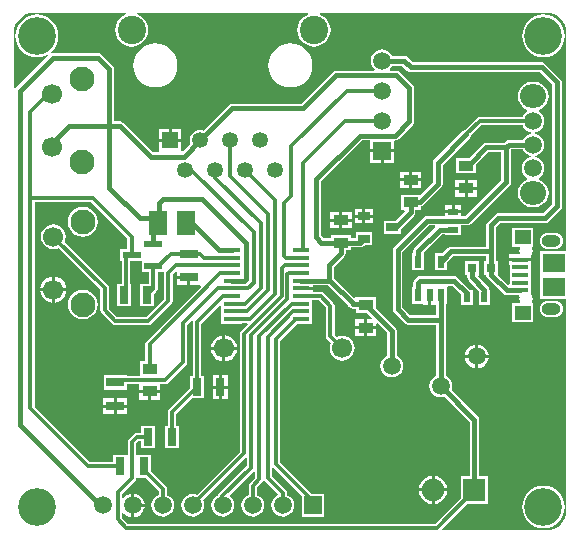
<source format=gtl>
G04 Layer_Physical_Order=1*
G04 Layer_Color=255*
%FSAX25Y25*%
%MOIN*%
G70*
G01*
G75*
%ADD10R,0.03150X0.05905*%
%ADD11R,0.05905X0.03150*%
%ADD12R,0.05512X0.04724*%
%ADD13R,0.07480X0.06102*%
%ADD14R,0.05512X0.01575*%
%ADD15R,0.05905X0.07874*%
%ADD16R,0.05512X0.01772*%
%ADD17R,0.06102X0.02165*%
%ADD18C,0.05905*%
%ADD19R,0.03937X0.02559*%
%ADD20R,0.05118X0.03543*%
%ADD21R,0.03543X0.02362*%
%ADD22R,0.02362X0.03543*%
%ADD23R,0.02362X0.04134*%
%ADD24R,0.03150X0.03150*%
%ADD25C,0.01575*%
%ADD26C,0.01181*%
%ADD27R,0.05905X0.05905*%
%ADD28R,0.05905X0.05905*%
%ADD29C,0.06693*%
%ADD30C,0.08268*%
%ADD31R,0.05315X0.05315*%
%ADD32C,0.05315*%
%ADD33C,0.09449*%
%ADD34C,0.07480*%
%ADD35R,0.07480X0.07480*%
%ADD36O,0.06299X0.03937*%
%ADD37O,0.08661X0.07874*%
%ADD38C,0.12598*%
G36*
X0464173Y0414741D02*
Y0414741D01*
X0464656Y0414698D01*
X0465476Y0414618D01*
X0466728Y0414238D01*
X0467882Y0413621D01*
X0468893Y0412791D01*
X0469723Y0411779D01*
X0470340Y0410625D01*
X0470720Y0409373D01*
X0470847Y0408089D01*
X0470843Y0408071D01*
Y0335236D01*
X0462106D01*
Y0327559D01*
X0462106D01*
Y0327165D01*
X0462106D01*
Y0319488D01*
X0470843D01*
Y0249016D01*
X0470847Y0248998D01*
X0470720Y0247713D01*
X0470340Y0246461D01*
X0469723Y0245307D01*
X0468893Y0244296D01*
X0467882Y0243466D01*
X0466728Y0242849D01*
X0465476Y0242469D01*
X0464191Y0242342D01*
X0464173Y0242346D01*
X0464173Y0242346D01*
X0429435D01*
X0429244Y0242808D01*
X0437617Y0251181D01*
X0444685D01*
Y0260236D01*
X0441763D01*
Y0279134D01*
X0441641Y0279748D01*
X0441293Y0280269D01*
X0441293Y0280269D01*
X0432465Y0289097D01*
X0432581Y0289378D01*
X0432709Y0290354D01*
X0432581Y0291331D01*
X0432204Y0292241D01*
X0431604Y0293022D01*
X0430823Y0293621D01*
X0430543Y0293738D01*
Y0312402D01*
Y0317717D01*
X0430905D01*
Y0323425D01*
X0431237Y0323788D01*
X0432799D01*
X0435630Y0320958D01*
Y0317323D01*
X0439567D01*
Y0322441D01*
X0438688D01*
X0434600Y0326529D01*
X0434079Y0326877D01*
X0433465Y0326999D01*
X0433464Y0326999D01*
X0422047D01*
X0421433Y0326877D01*
X0420912Y0326529D01*
X0420912Y0326529D01*
X0420321Y0325939D01*
X0419973Y0325418D01*
X0419851Y0324803D01*
X0419851Y0324803D01*
Y0323425D01*
X0419488D01*
Y0317717D01*
X0423016D01*
Y0317504D01*
X0424697D01*
Y0320571D01*
X0425697D01*
Y0317504D01*
X0427331D01*
Y0314007D01*
X0418775D01*
X0416173Y0316610D01*
Y0334965D01*
X0425074Y0343867D01*
X0426913D01*
X0427120Y0343367D01*
X0420321Y0336568D01*
X0419973Y0336048D01*
X0419851Y0335433D01*
X0419851Y0335433D01*
Y0334646D01*
X0419488D01*
Y0328937D01*
X0423425D01*
Y0334646D01*
X0423425D01*
X0423436Y0335141D01*
X0429208Y0340914D01*
X0430512D01*
Y0340551D01*
X0435630D01*
Y0343867D01*
X0437795D01*
X0437795Y0343867D01*
X0438410Y0343989D01*
X0438931Y0344337D01*
X0451923Y0357329D01*
X0451923Y0357329D01*
X0452271Y0357850D01*
X0452393Y0358465D01*
X0452393Y0358465D01*
Y0369205D01*
X0456337D01*
X0456453Y0368925D01*
X0457053Y0368143D01*
X0457834Y0367544D01*
X0458744Y0367167D01*
X0459055Y0367126D01*
Y0366622D01*
X0458744Y0366581D01*
X0457834Y0366204D01*
X0457053Y0365604D01*
X0456453Y0364823D01*
X0456076Y0363913D01*
X0455948Y0362937D01*
X0456076Y0361960D01*
X0456453Y0361051D01*
X0457053Y0360269D01*
X0457804Y0359693D01*
X0457824Y0359546D01*
X0457791Y0359147D01*
X0456944Y0358796D01*
X0455957Y0358039D01*
X0455200Y0357052D01*
X0454724Y0355902D01*
X0454561Y0354669D01*
X0454724Y0353436D01*
X0455200Y0352287D01*
X0455957Y0351300D01*
X0456944Y0350542D01*
X0458093Y0350066D01*
X0459327Y0349904D01*
X0460114D01*
X0461347Y0350066D01*
X0462497Y0350542D01*
X0463483Y0351300D01*
X0464241Y0352287D01*
X0464717Y0353436D01*
X0464879Y0354669D01*
X0464717Y0355902D01*
X0464241Y0357052D01*
X0463483Y0358039D01*
X0462497Y0358796D01*
X0461650Y0359147D01*
X0461617Y0359546D01*
X0461637Y0359693D01*
X0462388Y0360269D01*
X0462987Y0361051D01*
X0463364Y0361960D01*
X0463493Y0362937D01*
X0463364Y0363913D01*
X0462987Y0364823D01*
X0462388Y0365604D01*
X0461607Y0366204D01*
X0460697Y0366581D01*
X0460385Y0366622D01*
Y0367126D01*
X0460697Y0367167D01*
X0461607Y0367544D01*
X0462388Y0368143D01*
X0462987Y0368925D01*
X0463364Y0369834D01*
X0463493Y0370811D01*
X0463364Y0371787D01*
X0462987Y0372697D01*
X0462388Y0373478D01*
X0461607Y0374078D01*
X0460697Y0374455D01*
X0460386Y0374496D01*
Y0375000D01*
X0460697Y0375041D01*
X0461607Y0375418D01*
X0462388Y0376017D01*
X0462987Y0376799D01*
X0463364Y0377709D01*
X0463493Y0378685D01*
X0463364Y0379661D01*
X0462987Y0380571D01*
X0462388Y0381352D01*
X0461637Y0381928D01*
X0461617Y0382076D01*
X0461650Y0382475D01*
X0462497Y0382826D01*
X0463483Y0383583D01*
X0464241Y0384570D01*
X0464717Y0385719D01*
X0464879Y0386953D01*
X0464717Y0388186D01*
X0464241Y0389335D01*
X0463483Y0390322D01*
X0462497Y0391079D01*
X0461347Y0391555D01*
X0460114Y0391718D01*
X0459327D01*
X0458093Y0391555D01*
X0456944Y0391079D01*
X0455957Y0390322D01*
X0455200Y0389335D01*
X0454724Y0388186D01*
X0454561Y0386953D01*
X0454724Y0385719D01*
X0455200Y0384570D01*
X0455957Y0383583D01*
X0456944Y0382826D01*
X0457791Y0382475D01*
X0457824Y0382076D01*
X0457804Y0381928D01*
X0457053Y0381352D01*
X0456453Y0380571D01*
X0456254Y0380090D01*
X0441874D01*
X0441336Y0379983D01*
X0440880Y0379678D01*
X0436926Y0375724D01*
X0436787Y0375696D01*
X0436266Y0375348D01*
X0426817Y0365899D01*
X0426469Y0365378D01*
X0426347Y0364764D01*
X0426347Y0364764D01*
Y0358342D01*
X0422139Y0354134D01*
X0415551D01*
Y0349016D01*
X0416707D01*
X0416914Y0348516D01*
X0413674Y0345276D01*
X0410055D01*
Y0341142D01*
X0415567D01*
Y0342627D01*
X0420033Y0347093D01*
X0420033Y0347093D01*
X0420381Y0347614D01*
X0420503Y0348228D01*
Y0349016D01*
X0422244D01*
Y0350205D01*
X0422662Y0350288D01*
X0423183Y0350636D01*
X0429088Y0356542D01*
X0429088Y0356542D01*
X0429436Y0357063D01*
X0429558Y0357677D01*
X0429558Y0357677D01*
Y0364099D01*
X0438537Y0373077D01*
X0438885Y0373598D01*
X0438913Y0373737D01*
X0442456Y0377280D01*
X0456254D01*
X0456453Y0376799D01*
X0457053Y0376017D01*
X0457834Y0375418D01*
X0458744Y0375041D01*
X0459055Y0375000D01*
Y0374496D01*
X0458744Y0374455D01*
X0457834Y0374078D01*
X0457053Y0373478D01*
X0456453Y0372697D01*
X0456337Y0372416D01*
X0451716D01*
X0451716Y0372416D01*
X0451102Y0372294D01*
X0450581Y0371946D01*
X0450122Y0371487D01*
X0444095D01*
X0444095Y0371488D01*
X0443480Y0371365D01*
X0442959Y0371017D01*
X0442959Y0371017D01*
X0438280Y0366339D01*
X0434055D01*
Y0361221D01*
X0440748D01*
Y0364265D01*
X0444760Y0368276D01*
X0449182D01*
Y0359130D01*
X0437130Y0347078D01*
X0435843D01*
Y0347925D01*
X0433071D01*
X0430299D01*
Y0347078D01*
X0424409D01*
X0424409Y0347078D01*
X0423795Y0346956D01*
X0423274Y0346608D01*
X0423274Y0346608D01*
X0413432Y0336765D01*
X0413084Y0336244D01*
X0412961Y0335630D01*
X0412961Y0335630D01*
Y0315945D01*
X0412961Y0315945D01*
X0413084Y0315330D01*
X0413432Y0314809D01*
X0416975Y0311266D01*
X0416975Y0311266D01*
X0417496Y0310918D01*
X0418110Y0310796D01*
X0418110Y0310796D01*
X0427331D01*
Y0293738D01*
X0427051Y0293621D01*
X0426269Y0293022D01*
X0425670Y0292241D01*
X0425293Y0291331D01*
X0425165Y0290354D01*
X0425293Y0289378D01*
X0425670Y0288468D01*
X0426269Y0287687D01*
X0427051Y0287087D01*
X0427961Y0286710D01*
X0428937Y0286582D01*
X0429913Y0286710D01*
X0430194Y0286827D01*
X0438552Y0278469D01*
Y0260236D01*
X0435630D01*
Y0253168D01*
X0426977Y0244515D01*
X0324598D01*
X0322665Y0246448D01*
Y0248013D01*
X0323165Y0248182D01*
X0323480Y0247771D01*
X0324306Y0247138D01*
X0325267Y0246740D01*
X0325799Y0246670D01*
Y0250591D01*
Y0254512D01*
X0325267Y0254442D01*
X0324306Y0254043D01*
X0323480Y0253410D01*
X0323165Y0252999D01*
X0322665Y0253169D01*
Y0254339D01*
X0326978Y0258652D01*
X0327282Y0259108D01*
X0327346Y0259431D01*
X0327478Y0259686D01*
X0327821Y0259842D01*
X0330493D01*
X0334894Y0255442D01*
Y0254057D01*
X0334413Y0253858D01*
X0333632Y0253258D01*
X0333032Y0252477D01*
X0332655Y0251567D01*
X0332527Y0250590D01*
X0332655Y0249614D01*
X0333032Y0248704D01*
X0333632Y0247923D01*
X0334413Y0247323D01*
X0335323Y0246947D01*
X0335912Y0246869D01*
X0336142Y0246823D01*
X0336189Y0246833D01*
X0336299Y0246818D01*
X0337276Y0246947D01*
X0338185Y0247323D01*
X0338967Y0247923D01*
X0339566Y0248704D01*
X0339943Y0249614D01*
X0340072Y0250590D01*
X0339943Y0251567D01*
X0339566Y0252477D01*
X0338967Y0253258D01*
X0338185Y0253858D01*
X0337704Y0254057D01*
Y0256024D01*
X0337597Y0256561D01*
X0337293Y0257017D01*
X0332283Y0262026D01*
Y0267323D01*
X0327559Y0267323D01*
X0327389Y0267753D01*
Y0271268D01*
X0328141Y0272020D01*
X0329134D01*
Y0269685D01*
X0333858D01*
Y0277165D01*
X0329134D01*
Y0274830D01*
X0327559D01*
X0327021Y0274723D01*
X0326566Y0274419D01*
X0324991Y0272844D01*
X0324686Y0272388D01*
X0324579Y0271850D01*
Y0267753D01*
X0324409Y0267323D01*
X0319685D01*
Y0264988D01*
X0311999D01*
X0293531Y0283456D01*
Y0351548D01*
X0312410D01*
X0324481Y0339477D01*
Y0335925D01*
X0322047D01*
Y0332185D01*
X0322611D01*
Y0324409D01*
X0320866D01*
Y0316929D01*
X0325590D01*
Y0324409D01*
X0325421D01*
Y0332185D01*
X0328831D01*
X0329331Y0332185D01*
X0329331Y0331928D01*
Y0328445D01*
X0331764D01*
Y0324409D01*
X0328740D01*
Y0316929D01*
X0333465D01*
Y0321045D01*
X0334163Y0321743D01*
X0334467Y0322199D01*
X0334574Y0322736D01*
Y0328445D01*
X0336542D01*
X0336784Y0328150D01*
Y0319283D01*
X0330914Y0313413D01*
X0321054D01*
X0318334Y0316133D01*
Y0323051D01*
X0318227Y0323589D01*
X0317923Y0324045D01*
X0303569Y0338399D01*
X0303850Y0339078D01*
X0303992Y0340158D01*
X0303850Y0341237D01*
X0303434Y0342242D01*
X0302771Y0343106D01*
X0301908Y0343768D01*
X0300902Y0344185D01*
X0299823Y0344327D01*
X0298744Y0344185D01*
X0297738Y0343768D01*
X0296874Y0343106D01*
X0296212Y0342242D01*
X0295795Y0341237D01*
X0295653Y0340158D01*
X0295795Y0339078D01*
X0296212Y0338073D01*
X0296874Y0337209D01*
X0297738Y0336547D01*
X0298744Y0336130D01*
X0299823Y0335988D01*
X0300902Y0336130D01*
X0301582Y0336412D01*
X0315524Y0322469D01*
Y0315551D01*
X0315631Y0315014D01*
X0315936Y0314558D01*
X0319479Y0311014D01*
X0319935Y0310710D01*
X0320472Y0310603D01*
X0331496D01*
X0332034Y0310710D01*
X0332489Y0311014D01*
X0339182Y0317707D01*
X0339487Y0318163D01*
X0339594Y0318701D01*
Y0327568D01*
X0340467Y0328441D01*
X0340929Y0328250D01*
Y0327075D01*
X0344882D01*
Y0326575D01*
X0345382D01*
Y0324000D01*
X0348668D01*
X0348904Y0323529D01*
X0330896Y0305521D01*
X0330592Y0305065D01*
X0330485Y0304528D01*
Y0298622D01*
X0328543D01*
Y0293728D01*
X0324213D01*
Y0293898D01*
X0316732D01*
Y0289173D01*
X0324213D01*
Y0290918D01*
X0328331D01*
Y0289083D01*
X0331890D01*
X0335449D01*
Y0290918D01*
X0337008D01*
X0337545Y0291025D01*
X0338001Y0291329D01*
X0343907Y0297235D01*
X0344211Y0297691D01*
X0344318Y0298228D01*
Y0310638D01*
X0345830Y0312150D01*
X0346290Y0311904D01*
X0346233Y0311614D01*
Y0293701D01*
X0345276D01*
Y0289585D01*
X0338377Y0282686D01*
X0338072Y0282231D01*
X0337965Y0281693D01*
Y0277165D01*
X0337008D01*
Y0269685D01*
X0341732D01*
Y0277165D01*
X0340775D01*
Y0281111D01*
X0345884Y0286221D01*
X0350000D01*
Y0293701D01*
X0349043D01*
Y0311032D01*
X0355247Y0317236D01*
X0355709Y0317045D01*
Y0313583D01*
Y0311024D01*
X0362795D01*
Y0311292D01*
X0364360D01*
X0364552Y0310830D01*
X0362392Y0308671D01*
X0362088Y0308215D01*
X0361981Y0307677D01*
Y0268495D01*
X0347590Y0254104D01*
X0347276Y0254234D01*
X0346299Y0254363D01*
X0345323Y0254234D01*
X0344413Y0253858D01*
X0343632Y0253258D01*
X0343032Y0252477D01*
X0342655Y0251567D01*
X0342527Y0250590D01*
X0342655Y0249614D01*
X0343032Y0248704D01*
X0343632Y0247923D01*
X0344413Y0247323D01*
X0345323Y0246947D01*
X0345912Y0246869D01*
X0346142Y0246823D01*
X0346188Y0246833D01*
X0346299Y0246818D01*
X0347276Y0246947D01*
X0348185Y0247323D01*
X0348967Y0247923D01*
X0349566Y0248704D01*
X0349943Y0249614D01*
X0350072Y0250590D01*
X0349943Y0251567D01*
X0349675Y0252215D01*
X0363881Y0266422D01*
X0364343Y0266231D01*
Y0263771D01*
X0355148Y0254576D01*
X0354844Y0254120D01*
X0354825Y0254028D01*
X0354413Y0253858D01*
X0353632Y0253258D01*
X0353032Y0252477D01*
X0352655Y0251567D01*
X0352527Y0250590D01*
X0352655Y0249614D01*
X0353032Y0248704D01*
X0353632Y0247923D01*
X0354413Y0247323D01*
X0355323Y0246947D01*
X0355912Y0246869D01*
X0356142Y0246823D01*
X0356189Y0246833D01*
X0356299Y0246818D01*
X0357276Y0246947D01*
X0358185Y0247323D01*
X0358967Y0247923D01*
X0359566Y0248704D01*
X0359943Y0249614D01*
X0360072Y0250590D01*
X0359943Y0251567D01*
X0359566Y0252477D01*
X0358967Y0253258D01*
X0358610Y0253532D01*
X0358577Y0254031D01*
X0366599Y0262053D01*
X0367099Y0261852D01*
Y0259834D01*
X0365306Y0258041D01*
X0365001Y0257585D01*
X0364894Y0257047D01*
Y0254057D01*
X0364413Y0253858D01*
X0363632Y0253258D01*
X0363032Y0252477D01*
X0362655Y0251567D01*
X0362527Y0250590D01*
X0362655Y0249614D01*
X0363032Y0248704D01*
X0363632Y0247923D01*
X0364413Y0247323D01*
X0365323Y0246947D01*
X0365912Y0246869D01*
X0366142Y0246823D01*
X0366189Y0246833D01*
X0366299Y0246818D01*
X0367276Y0246947D01*
X0368185Y0247323D01*
X0368967Y0247923D01*
X0369566Y0248704D01*
X0369943Y0249614D01*
X0370072Y0250590D01*
X0369943Y0251567D01*
X0369566Y0252477D01*
X0368967Y0253258D01*
X0368185Y0253858D01*
X0367704Y0254057D01*
Y0256465D01*
X0369497Y0258259D01*
X0369713Y0258581D01*
X0370174Y0258646D01*
X0370294Y0258625D01*
X0374553Y0254366D01*
X0374471Y0253953D01*
X0374380Y0253832D01*
X0373632Y0253258D01*
X0373032Y0252477D01*
X0372655Y0251567D01*
X0372527Y0250590D01*
X0372655Y0249614D01*
X0373032Y0248704D01*
X0373632Y0247923D01*
X0374413Y0247323D01*
X0375323Y0246947D01*
X0375912Y0246869D01*
X0376142Y0246823D01*
X0376188Y0246833D01*
X0376299Y0246818D01*
X0377276Y0246947D01*
X0378185Y0247323D01*
X0378967Y0247923D01*
X0379566Y0248704D01*
X0379943Y0249614D01*
X0380072Y0250590D01*
X0379943Y0251567D01*
X0379566Y0252477D01*
X0378967Y0253258D01*
X0378185Y0253858D01*
X0377704Y0254057D01*
Y0254606D01*
X0377597Y0255144D01*
X0377293Y0255600D01*
X0372665Y0260228D01*
Y0263033D01*
X0373165Y0263234D01*
X0382559Y0253840D01*
Y0246850D01*
X0386006D01*
X0386142Y0246823D01*
X0386278Y0246850D01*
X0390039D01*
Y0254331D01*
X0386042D01*
X0375421Y0264952D01*
Y0305520D01*
X0380924Y0311024D01*
X0386024D01*
Y0313583D01*
Y0316142D01*
Y0318969D01*
X0388296D01*
X0390721Y0316544D01*
Y0306890D01*
X0390828Y0306352D01*
X0391132Y0305896D01*
X0392317Y0304712D01*
X0392036Y0304032D01*
X0391894Y0302953D01*
X0392036Y0301874D01*
X0392452Y0300868D01*
X0393115Y0300004D01*
X0393978Y0299342D01*
X0394984Y0298925D01*
X0396063Y0298783D01*
X0397142Y0298925D01*
X0398148Y0299342D01*
X0399011Y0300004D01*
X0399674Y0300868D01*
X0400090Y0301874D01*
X0400233Y0302953D01*
X0400090Y0304032D01*
X0399674Y0305037D01*
X0399011Y0305901D01*
X0398148Y0306564D01*
X0397142Y0306980D01*
X0396063Y0307122D01*
X0394984Y0306980D01*
X0394304Y0306699D01*
X0393531Y0307472D01*
Y0317126D01*
X0393424Y0317664D01*
X0393119Y0318119D01*
X0389871Y0321368D01*
X0389416Y0321672D01*
X0388878Y0321779D01*
X0386236D01*
Y0322433D01*
X0382480D01*
Y0323433D01*
X0386236D01*
Y0323886D01*
X0391363D01*
X0398117Y0317132D01*
X0398123Y0317102D01*
X0398471Y0316581D01*
X0398992Y0316233D01*
X0399606Y0316111D01*
X0400591D01*
Y0314764D01*
X0404422D01*
X0406110Y0313076D01*
X0405919Y0312614D01*
X0404437D01*
Y0310343D01*
X0407496D01*
Y0311037D01*
X0407958Y0311228D01*
X0410993Y0308193D01*
Y0300430D01*
X0410712Y0300314D01*
X0409931Y0299715D01*
X0409331Y0298933D01*
X0408954Y0298024D01*
X0408826Y0297047D01*
X0408954Y0296071D01*
X0409331Y0295161D01*
X0409931Y0294380D01*
X0410712Y0293780D01*
X0411622Y0293403D01*
X0412598Y0293275D01*
X0413575Y0293403D01*
X0414485Y0293780D01*
X0415266Y0294380D01*
X0415865Y0295161D01*
X0416242Y0296071D01*
X0416371Y0297047D01*
X0416242Y0298024D01*
X0415865Y0298933D01*
X0415266Y0299715D01*
X0414485Y0300314D01*
X0414204Y0300430D01*
Y0308858D01*
X0414204Y0308858D01*
X0414082Y0309473D01*
X0413734Y0309994D01*
X0413734Y0309994D01*
X0407283Y0316444D01*
Y0319882D01*
X0400591D01*
Y0319882D01*
X0400091Y0319700D01*
X0393338Y0326452D01*
Y0329938D01*
X0396805Y0333405D01*
X0396805Y0333405D01*
X0397153Y0333926D01*
X0397275Y0334540D01*
Y0335630D01*
X0399016D01*
Y0336583D01*
X0402083D01*
X0402083Y0336583D01*
X0402697Y0336705D01*
X0403218Y0337054D01*
X0403566Y0337402D01*
X0406118D01*
Y0341535D01*
X0400606D01*
Y0339795D01*
X0399016D01*
Y0340748D01*
X0392323D01*
Y0339795D01*
X0389838D01*
X0389007Y0340626D01*
Y0358587D01*
X0402634Y0372213D01*
X0405496D01*
Y0369280D01*
X0409449D01*
X0413402D01*
Y0371910D01*
X0413779Y0372213D01*
X0414394Y0372336D01*
X0414915Y0372684D01*
X0419639Y0377408D01*
X0419639Y0377408D01*
X0419987Y0377929D01*
X0420110Y0378543D01*
Y0389567D01*
X0419987Y0390181D01*
X0419639Y0390702D01*
X0419639Y0390702D01*
X0415309Y0395033D01*
X0414788Y0395381D01*
X0414173Y0395503D01*
X0414173Y0395503D01*
X0412144D01*
X0411975Y0396003D01*
X0412116Y0396112D01*
X0412716Y0396893D01*
X0412832Y0397174D01*
X0416107D01*
X0417762Y0395518D01*
X0417762Y0395518D01*
X0418283Y0395170D01*
X0418898Y0395048D01*
X0461933D01*
X0466111Y0390870D01*
Y0350862D01*
X0463114Y0347866D01*
X0448032D01*
X0448032Y0347866D01*
X0447417Y0347743D01*
X0446896Y0347395D01*
X0444534Y0345033D01*
X0444186Y0344512D01*
X0444064Y0343898D01*
X0444064Y0343898D01*
Y0336842D01*
X0432382D01*
X0432382Y0336842D01*
X0431767Y0336720D01*
X0431247Y0336372D01*
X0429521Y0334646D01*
X0426968D01*
Y0328937D01*
X0430905D01*
Y0331489D01*
X0433047Y0333631D01*
X0444064D01*
Y0332087D01*
X0443307D01*
Y0327362D01*
X0444082D01*
X0444186Y0326839D01*
X0444534Y0326318D01*
X0449744Y0321109D01*
X0450264Y0320761D01*
X0450879Y0320638D01*
X0450879Y0320638D01*
X0455017D01*
X0455156Y0320460D01*
X0455323Y0320138D01*
X0455172Y0319378D01*
X0455340Y0318533D01*
X0455460Y0318354D01*
X0455224Y0317913D01*
X0452756D01*
Y0311614D01*
X0459842D01*
Y0317913D01*
X0459536D01*
X0459300Y0318354D01*
X0459420Y0318533D01*
X0459588Y0319378D01*
X0459420Y0320223D01*
X0458957Y0320916D01*
Y0325787D01*
Y0330693D01*
X0459169D01*
Y0331980D01*
X0455413D01*
X0451657D01*
Y0330693D01*
X0451870D01*
Y0328346D01*
Y0324231D01*
X0451370Y0324024D01*
X0448032Y0327362D01*
Y0332087D01*
X0447275D01*
Y0335236D01*
Y0343232D01*
X0448697Y0344654D01*
X0463779D01*
X0463779Y0344654D01*
X0464394Y0344776D01*
X0464915Y0345125D01*
X0468852Y0349061D01*
X0468852Y0349061D01*
X0469200Y0349582D01*
X0469322Y0350197D01*
Y0391535D01*
X0469200Y0392150D01*
X0468852Y0392671D01*
X0468852Y0392671D01*
X0463734Y0397789D01*
X0463213Y0398137D01*
X0462598Y0398259D01*
X0462598Y0398259D01*
X0419563D01*
X0417907Y0399915D01*
X0417386Y0400263D01*
X0416772Y0400385D01*
X0416772Y0400385D01*
X0412832D01*
X0412716Y0400666D01*
X0412116Y0401447D01*
X0411335Y0402046D01*
X0410425Y0402423D01*
X0409449Y0402552D01*
X0408472Y0402423D01*
X0407563Y0402046D01*
X0406781Y0401447D01*
X0406182Y0400666D01*
X0405805Y0399756D01*
X0405676Y0398780D01*
X0405805Y0397803D01*
X0406182Y0396893D01*
X0406781Y0396112D01*
X0406923Y0396003D01*
X0406753Y0395503D01*
X0394094D01*
X0394094Y0395503D01*
X0393480Y0395381D01*
X0392959Y0395033D01*
X0392959Y0395033D01*
X0382406Y0384480D01*
X0359449D01*
X0359449Y0384480D01*
X0358834Y0384357D01*
X0358313Y0384009D01*
X0349830Y0375526D01*
X0349698Y0375581D01*
X0348799Y0375699D01*
X0347900Y0375581D01*
X0347062Y0375234D01*
X0346342Y0374681D01*
X0345790Y0373962D01*
X0345443Y0373124D01*
X0345325Y0372224D01*
X0345443Y0371325D01*
X0345497Y0371194D01*
X0342957Y0368653D01*
X0342457Y0368860D01*
Y0371724D01*
X0338799D01*
X0335142D01*
Y0368838D01*
X0335142Y0368567D01*
X0334737Y0368338D01*
X0332949D01*
X0323183Y0378104D01*
X0322662Y0378452D01*
X0322047Y0378574D01*
X0322047Y0378574D01*
X0320110D01*
Y0395866D01*
X0320110Y0395866D01*
X0319987Y0396481D01*
X0319639Y0397002D01*
X0319639Y0397002D01*
X0315702Y0400939D01*
X0315181Y0401287D01*
X0314567Y0401409D01*
X0314567Y0401409D01*
X0299606D01*
X0299244Y0401337D01*
X0299024Y0401803D01*
X0299327Y0402051D01*
X0300212Y0403130D01*
X0300870Y0404362D01*
X0301275Y0405697D01*
X0301412Y0407087D01*
X0301275Y0408476D01*
X0300870Y0409812D01*
X0300212Y0411043D01*
X0299327Y0412122D01*
X0298248Y0413007D01*
X0297016Y0413665D01*
X0295681Y0414071D01*
X0294291Y0414208D01*
X0292902Y0414071D01*
X0291566Y0413665D01*
X0290335Y0413007D01*
X0289256Y0412122D01*
X0288370Y0411043D01*
X0287713Y0409812D01*
X0287307Y0408476D01*
X0287170Y0407087D01*
X0287307Y0405697D01*
X0287713Y0404362D01*
X0288370Y0403130D01*
X0289256Y0402051D01*
X0290335Y0401166D01*
X0291566Y0400508D01*
X0292902Y0400103D01*
X0294291Y0399966D01*
X0295681Y0400103D01*
X0297016Y0400508D01*
X0297697Y0400871D01*
X0297998Y0400465D01*
X0287447Y0389915D01*
X0287404Y0389850D01*
X0286733Y0389746D01*
X0286637Y0389823D01*
Y0407574D01*
X0286637Y0407578D01*
X0286637Y0408071D01*
X0286680Y0408553D01*
X0286760Y0409373D01*
X0287140Y0410625D01*
X0287757Y0411779D01*
X0288587Y0412791D01*
X0289599Y0413621D01*
X0290753Y0414238D01*
X0292005Y0414618D01*
X0292821Y0414698D01*
X0293307Y0414741D01*
X0293307Y0414741D01*
X0293798Y0414741D01*
X0323989D01*
X0324089Y0414241D01*
X0323146Y0413850D01*
X0321994Y0412966D01*
X0321111Y0411815D01*
X0320555Y0410474D01*
X0320366Y0409035D01*
X0320555Y0407597D01*
X0321111Y0406256D01*
X0321994Y0405104D01*
X0323146Y0404221D01*
X0324486Y0403665D01*
X0325925Y0403476D01*
X0327364Y0403665D01*
X0328705Y0404221D01*
X0329856Y0405104D01*
X0330740Y0406256D01*
X0331295Y0407597D01*
X0331485Y0409035D01*
X0331295Y0410474D01*
X0330740Y0411815D01*
X0329856Y0412966D01*
X0328705Y0413850D01*
X0327762Y0414241D01*
X0327861Y0414741D01*
X0384737D01*
X0384837Y0414241D01*
X0383893Y0413850D01*
X0382742Y0412966D01*
X0381859Y0411815D01*
X0381303Y0410474D01*
X0381114Y0409035D01*
X0381303Y0407597D01*
X0381859Y0406256D01*
X0382742Y0405104D01*
X0383893Y0404221D01*
X0385234Y0403665D01*
X0386673Y0403476D01*
X0388112Y0403665D01*
X0389453Y0404221D01*
X0390604Y0405104D01*
X0391488Y0406256D01*
X0392043Y0407597D01*
X0392233Y0409035D01*
X0392043Y0410474D01*
X0391488Y0411815D01*
X0390604Y0412966D01*
X0389453Y0413850D01*
X0388510Y0414241D01*
X0388609Y0414741D01*
X0463682D01*
X0464173Y0414741D01*
D02*
G37*
%LPC*%
G36*
X0440445Y0304118D02*
X0439913Y0304048D01*
X0438951Y0303650D01*
X0438126Y0303016D01*
X0437492Y0302190D01*
X0437094Y0301229D01*
X0437024Y0300697D01*
X0440445D01*
Y0304118D01*
D02*
G37*
G36*
X0361011Y0302453D02*
X0357193D01*
Y0298635D01*
X0357828Y0298718D01*
X0358885Y0299156D01*
X0359793Y0299853D01*
X0360490Y0300761D01*
X0360928Y0301818D01*
X0361011Y0302453D01*
D02*
G37*
G36*
X0356193Y0307271D02*
X0355558Y0307187D01*
X0354501Y0306749D01*
X0353593Y0306053D01*
X0352896Y0305145D01*
X0352458Y0304087D01*
X0352375Y0303453D01*
X0356193D01*
Y0307271D01*
D02*
G37*
G36*
X0441445Y0304118D02*
Y0300697D01*
X0444866D01*
X0444796Y0301229D01*
X0444398Y0302190D01*
X0443764Y0303016D01*
X0442938Y0303650D01*
X0441977Y0304048D01*
X0441445Y0304118D01*
D02*
G37*
G36*
X0440445Y0299697D02*
X0437024D01*
X0437094Y0299165D01*
X0437492Y0298203D01*
X0438126Y0297378D01*
X0438951Y0296744D01*
X0439913Y0296346D01*
X0440445Y0296276D01*
Y0299697D01*
D02*
G37*
G36*
X0358087Y0293913D02*
X0356012D01*
Y0290461D01*
X0358087D01*
Y0293913D01*
D02*
G37*
G36*
X0356193Y0302453D02*
X0352375D01*
X0352458Y0301818D01*
X0352896Y0300761D01*
X0353593Y0299853D01*
X0354501Y0299156D01*
X0355558Y0298718D01*
X0356193Y0298635D01*
Y0302453D01*
D02*
G37*
G36*
X0444866Y0299697D02*
X0441445D01*
Y0296276D01*
X0441977Y0296346D01*
X0442938Y0296744D01*
X0443764Y0297378D01*
X0444398Y0298203D01*
X0444796Y0299165D01*
X0444866Y0299697D01*
D02*
G37*
G36*
X0467026Y0318823D02*
X0464663D01*
X0463944Y0318728D01*
X0463273Y0318451D01*
X0462698Y0318009D01*
X0462256Y0317433D01*
X0461978Y0316763D01*
X0461884Y0316043D01*
X0461978Y0315324D01*
X0462256Y0314653D01*
X0462698Y0314078D01*
X0463273Y0313636D01*
X0463944Y0313358D01*
X0464663Y0313264D01*
X0467026D01*
X0467745Y0313358D01*
X0468415Y0313636D01*
X0468991Y0314078D01*
X0469433Y0314653D01*
X0469710Y0315324D01*
X0469805Y0316043D01*
X0469710Y0316763D01*
X0469433Y0317433D01*
X0468991Y0318009D01*
X0468415Y0318451D01*
X0467745Y0318728D01*
X0467026Y0318823D01*
D02*
G37*
G36*
X0309626Y0322483D02*
X0308341Y0322314D01*
X0307144Y0321818D01*
X0306116Y0321030D01*
X0305327Y0320002D01*
X0304831Y0318804D01*
X0304662Y0317520D01*
X0304831Y0316235D01*
X0305327Y0315038D01*
X0306116Y0314010D01*
X0307144Y0313221D01*
X0308341Y0312725D01*
X0309626Y0312556D01*
X0310911Y0312725D01*
X0312108Y0313221D01*
X0313136Y0314010D01*
X0313925Y0315038D01*
X0314421Y0316235D01*
X0314590Y0317520D01*
X0314421Y0318804D01*
X0313925Y0320002D01*
X0313136Y0321030D01*
X0312108Y0321818D01*
X0310911Y0322314D01*
X0309626Y0322483D01*
D02*
G37*
G36*
X0299323Y0321941D02*
X0295505D01*
X0295588Y0321306D01*
X0296026Y0320249D01*
X0296723Y0319341D01*
X0297631Y0318644D01*
X0298688Y0318206D01*
X0299323Y0318123D01*
Y0321941D01*
D02*
G37*
G36*
X0441732Y0332087D02*
X0437008D01*
Y0327362D01*
X0437764D01*
Y0326575D01*
X0437764Y0326575D01*
X0437887Y0325960D01*
X0438235Y0325439D01*
X0441535Y0322139D01*
Y0317323D01*
X0445472D01*
Y0322441D01*
X0445110D01*
X0445110Y0322441D01*
X0444987Y0323055D01*
X0444639Y0323576D01*
X0444639Y0323576D01*
X0441353Y0326862D01*
X0441561Y0327362D01*
X0441732D01*
Y0332087D01*
D02*
G37*
G36*
X0403437Y0309343D02*
X0400378D01*
Y0307071D01*
X0403437D01*
Y0309343D01*
D02*
G37*
G36*
X0357193Y0307271D02*
Y0303453D01*
X0361011D01*
X0360928Y0304087D01*
X0360490Y0305145D01*
X0359793Y0306053D01*
X0358885Y0306749D01*
X0357828Y0307187D01*
X0357193Y0307271D01*
D02*
G37*
G36*
X0403437Y0312614D02*
X0400378D01*
Y0310343D01*
X0403437D01*
Y0312614D01*
D02*
G37*
G36*
X0407496Y0309343D02*
X0404437D01*
Y0307071D01*
X0407496D01*
Y0309343D01*
D02*
G37*
G36*
X0425878Y0260424D02*
X0425140Y0260327D01*
X0423987Y0259849D01*
X0422997Y0259089D01*
X0422237Y0258099D01*
X0421760Y0256946D01*
X0421663Y0256209D01*
X0425878D01*
Y0260424D01*
D02*
G37*
G36*
X0326799Y0254512D02*
Y0251091D01*
X0330220D01*
X0330150Y0251622D01*
X0329752Y0252584D01*
X0329118Y0253410D01*
X0328293Y0254043D01*
X0327331Y0254442D01*
X0326799Y0254512D01*
D02*
G37*
G36*
X0319972Y0283161D02*
X0316520D01*
Y0281087D01*
X0319972D01*
Y0283161D01*
D02*
G37*
G36*
X0426878Y0260424D02*
Y0256209D01*
X0431093D01*
X0430996Y0256946D01*
X0430518Y0258099D01*
X0429759Y0259089D01*
X0428768Y0259849D01*
X0427615Y0260327D01*
X0426878Y0260424D01*
D02*
G37*
G36*
X0330220Y0250091D02*
X0326799D01*
Y0246670D01*
X0327331Y0246740D01*
X0328293Y0247138D01*
X0329118Y0247771D01*
X0329752Y0248597D01*
X0330150Y0249559D01*
X0330220Y0250091D01*
D02*
G37*
G36*
X0463189Y0257121D02*
X0461800Y0256984D01*
X0460464Y0256579D01*
X0459233Y0255921D01*
X0458154Y0255035D01*
X0457268Y0253956D01*
X0456610Y0252725D01*
X0456205Y0251389D01*
X0456068Y0250000D01*
X0456205Y0248611D01*
X0456610Y0247275D01*
X0457268Y0246044D01*
X0458154Y0244965D01*
X0459233Y0244079D01*
X0460464Y0243421D01*
X0461800Y0243016D01*
X0463189Y0242879D01*
X0464578Y0243016D01*
X0465914Y0243421D01*
X0467145Y0244079D01*
X0468224Y0244965D01*
X0469110Y0246044D01*
X0469768Y0247275D01*
X0470173Y0248611D01*
X0470310Y0250000D01*
X0470173Y0251389D01*
X0469768Y0252725D01*
X0469110Y0253956D01*
X0468224Y0255035D01*
X0467145Y0255921D01*
X0465914Y0256579D01*
X0464578Y0256984D01*
X0463189Y0257121D01*
D02*
G37*
G36*
X0431093Y0255209D02*
X0426878D01*
Y0250993D01*
X0427615Y0251091D01*
X0428768Y0251568D01*
X0429759Y0252328D01*
X0430518Y0253318D01*
X0430996Y0254471D01*
X0431093Y0255209D01*
D02*
G37*
G36*
X0425878D02*
X0421663D01*
X0421760Y0254471D01*
X0422237Y0253318D01*
X0422997Y0252328D01*
X0423987Y0251568D01*
X0425140Y0251091D01*
X0425878Y0250993D01*
Y0255209D01*
D02*
G37*
G36*
X0355012Y0289461D02*
X0352937D01*
Y0286008D01*
X0355012D01*
Y0289461D01*
D02*
G37*
G36*
X0335449Y0288083D02*
X0332390D01*
Y0285811D01*
X0335449D01*
Y0288083D01*
D02*
G37*
G36*
X0355012Y0293913D02*
X0352937D01*
Y0290461D01*
X0355012D01*
Y0293913D01*
D02*
G37*
G36*
X0358087Y0289461D02*
X0356012D01*
Y0286008D01*
X0358087D01*
Y0289461D01*
D02*
G37*
G36*
X0319972Y0286236D02*
X0316520D01*
Y0284161D01*
X0319972D01*
Y0286236D01*
D02*
G37*
G36*
X0324425Y0283161D02*
X0320972D01*
Y0281087D01*
X0324425D01*
Y0283161D01*
D02*
G37*
G36*
X0331390Y0288083D02*
X0328331D01*
Y0285811D01*
X0331390D01*
Y0288083D01*
D02*
G37*
G36*
X0324425Y0286236D02*
X0320972D01*
Y0284161D01*
X0324425D01*
Y0286236D01*
D02*
G37*
G36*
X0436902Y0359071D02*
X0433843D01*
Y0356799D01*
X0436902D01*
Y0359071D01*
D02*
G37*
G36*
X0422457Y0358555D02*
X0419398D01*
Y0356283D01*
X0422457D01*
Y0358555D01*
D02*
G37*
G36*
X0418398Y0361827D02*
X0415339D01*
Y0359555D01*
X0418398D01*
Y0361827D01*
D02*
G37*
G36*
X0440961Y0359071D02*
X0437901D01*
Y0356799D01*
X0440961D01*
Y0359071D01*
D02*
G37*
G36*
X0436902Y0355799D02*
X0433843D01*
Y0353528D01*
X0436902D01*
Y0355799D01*
D02*
G37*
G36*
X0435843Y0350606D02*
X0433571D01*
Y0348925D01*
X0435843D01*
Y0350606D01*
D02*
G37*
G36*
X0418398Y0358555D02*
X0415339D01*
Y0356283D01*
X0418398D01*
Y0358555D01*
D02*
G37*
G36*
X0440961Y0355799D02*
X0437901D01*
Y0353528D01*
X0440961D01*
Y0355799D01*
D02*
G37*
G36*
X0333799Y0404543D02*
X0332371Y0404402D01*
X0330998Y0403986D01*
X0329733Y0403310D01*
X0328624Y0402399D01*
X0327714Y0401291D01*
X0327038Y0400025D01*
X0326621Y0398652D01*
X0326481Y0397224D01*
X0326621Y0395797D01*
X0327038Y0394424D01*
X0327714Y0393158D01*
X0328624Y0392049D01*
X0329733Y0391139D01*
X0330998Y0390463D01*
X0332371Y0390046D01*
X0333799Y0389906D01*
X0335227Y0390046D01*
X0336600Y0390463D01*
X0337865Y0391139D01*
X0338974Y0392049D01*
X0339884Y0393158D01*
X0340561Y0394424D01*
X0340977Y0395797D01*
X0341118Y0397224D01*
X0340977Y0398652D01*
X0340561Y0400025D01*
X0339884Y0401291D01*
X0338974Y0402399D01*
X0337865Y0403310D01*
X0336600Y0403986D01*
X0335227Y0404402D01*
X0333799Y0404543D01*
D02*
G37*
G36*
X0342457Y0375882D02*
X0339299D01*
Y0372724D01*
X0342457D01*
Y0375882D01*
D02*
G37*
G36*
X0463189Y0414208D02*
X0461800Y0414071D01*
X0460464Y0413665D01*
X0459233Y0413007D01*
X0458154Y0412122D01*
X0457268Y0411043D01*
X0456610Y0409812D01*
X0456205Y0408476D01*
X0456068Y0407087D01*
X0456205Y0405697D01*
X0456610Y0404362D01*
X0457268Y0403130D01*
X0458154Y0402051D01*
X0459233Y0401166D01*
X0460464Y0400508D01*
X0461800Y0400103D01*
X0463189Y0399966D01*
X0464578Y0400103D01*
X0465914Y0400508D01*
X0467145Y0401166D01*
X0468224Y0402051D01*
X0469110Y0403130D01*
X0469768Y0404362D01*
X0470173Y0405697D01*
X0470310Y0407087D01*
X0470173Y0408476D01*
X0469768Y0409812D01*
X0469110Y0411043D01*
X0468224Y0412122D01*
X0467145Y0413007D01*
X0465914Y0413665D01*
X0464578Y0414071D01*
X0463189Y0414208D01*
D02*
G37*
G36*
X0378799Y0404543D02*
X0377371Y0404402D01*
X0375998Y0403986D01*
X0374733Y0403310D01*
X0373624Y0402399D01*
X0372714Y0401291D01*
X0372038Y0400025D01*
X0371621Y0398652D01*
X0371480Y0397224D01*
X0371621Y0395797D01*
X0372038Y0394424D01*
X0372714Y0393158D01*
X0373624Y0392049D01*
X0374733Y0391139D01*
X0375998Y0390463D01*
X0377371Y0390046D01*
X0378799Y0389906D01*
X0380227Y0390046D01*
X0381600Y0390463D01*
X0382865Y0391139D01*
X0383974Y0392049D01*
X0384885Y0393158D01*
X0385561Y0394424D01*
X0385977Y0395797D01*
X0386118Y0397224D01*
X0385977Y0398652D01*
X0385561Y0400025D01*
X0384885Y0401291D01*
X0383974Y0402399D01*
X0382865Y0403310D01*
X0381600Y0403986D01*
X0380227Y0404402D01*
X0378799Y0404543D01*
D02*
G37*
G36*
X0408949Y0368280D02*
X0405496D01*
Y0364827D01*
X0408949D01*
Y0368280D01*
D02*
G37*
G36*
X0422457Y0361827D02*
X0419398D01*
Y0359555D01*
X0422457D01*
Y0361827D01*
D02*
G37*
G36*
X0338299Y0375882D02*
X0335142D01*
Y0372724D01*
X0338299D01*
Y0375882D01*
D02*
G37*
G36*
X0413402Y0368280D02*
X0409949D01*
Y0364827D01*
X0413402D01*
Y0368280D01*
D02*
G37*
G36*
X0467026Y0341461D02*
X0464663D01*
X0463944Y0341366D01*
X0463273Y0341088D01*
X0462698Y0340647D01*
X0462256Y0340071D01*
X0461978Y0339401D01*
X0461884Y0338681D01*
X0461978Y0337962D01*
X0462256Y0337291D01*
X0462698Y0336716D01*
X0463273Y0336274D01*
X0463944Y0335996D01*
X0464663Y0335901D01*
X0467026D01*
X0467745Y0335996D01*
X0468415Y0336274D01*
X0468991Y0336716D01*
X0469433Y0337291D01*
X0469710Y0337962D01*
X0469805Y0338681D01*
X0469710Y0339401D01*
X0469433Y0340071D01*
X0468991Y0340647D01*
X0468415Y0341088D01*
X0467745Y0341366D01*
X0467026Y0341461D01*
D02*
G37*
G36*
X0459842Y0343110D02*
X0452756D01*
Y0336811D01*
X0455240D01*
X0455475Y0336370D01*
X0455340Y0336168D01*
X0455172Y0335323D01*
X0455283Y0334768D01*
X0454925Y0334268D01*
X0451657D01*
Y0332980D01*
X0455413D01*
X0459169D01*
Y0334103D01*
X0459420Y0334478D01*
X0459588Y0335323D01*
X0459420Y0336168D01*
X0459284Y0336370D01*
X0459520Y0336811D01*
X0459842D01*
Y0343110D01*
D02*
G37*
G36*
X0395169Y0345169D02*
X0392110D01*
Y0342898D01*
X0395169D01*
Y0345169D01*
D02*
G37*
G36*
X0309626Y0350043D02*
X0308341Y0349873D01*
X0307144Y0349377D01*
X0306116Y0348589D01*
X0305327Y0347561D01*
X0304831Y0346363D01*
X0304662Y0345079D01*
X0304831Y0343794D01*
X0305327Y0342597D01*
X0306116Y0341569D01*
X0307144Y0340780D01*
X0308341Y0340284D01*
X0309626Y0340115D01*
X0310911Y0340284D01*
X0312108Y0340780D01*
X0313136Y0341569D01*
X0313925Y0342597D01*
X0314421Y0343794D01*
X0314590Y0345079D01*
X0314421Y0346363D01*
X0313925Y0347561D01*
X0313136Y0348589D01*
X0312108Y0349377D01*
X0310911Y0349873D01*
X0309626Y0350043D01*
D02*
G37*
G36*
X0299323Y0326759D02*
X0298688Y0326676D01*
X0297631Y0326238D01*
X0296723Y0325541D01*
X0296026Y0324633D01*
X0295588Y0323576D01*
X0295505Y0322941D01*
X0299323D01*
Y0326759D01*
D02*
G37*
G36*
X0304141Y0321941D02*
X0300323D01*
Y0318123D01*
X0300957Y0318206D01*
X0302015Y0318644D01*
X0302923Y0319341D01*
X0303620Y0320249D01*
X0304057Y0321306D01*
X0304141Y0321941D01*
D02*
G37*
G36*
X0344382Y0326075D02*
X0340929D01*
Y0324000D01*
X0344382D01*
Y0326075D01*
D02*
G37*
G36*
X0300323Y0326759D02*
Y0322941D01*
X0304141D01*
X0304057Y0323576D01*
X0303620Y0324633D01*
X0302923Y0325541D01*
X0302015Y0326238D01*
X0300957Y0326676D01*
X0300323Y0326759D01*
D02*
G37*
G36*
X0402862Y0349228D02*
X0400394D01*
Y0347449D01*
X0402862D01*
Y0349228D01*
D02*
G37*
G36*
X0399228Y0348441D02*
X0396169D01*
Y0346169D01*
X0399228D01*
Y0348441D01*
D02*
G37*
G36*
X0432571Y0350606D02*
X0430299D01*
Y0348925D01*
X0432571D01*
Y0350606D01*
D02*
G37*
G36*
X0406331Y0349228D02*
X0403862D01*
Y0347449D01*
X0406331D01*
Y0349228D01*
D02*
G37*
G36*
X0402862Y0346449D02*
X0400394D01*
Y0344669D01*
X0402862D01*
Y0346449D01*
D02*
G37*
G36*
X0399228Y0345169D02*
X0396169D01*
Y0342898D01*
X0399228D01*
Y0345169D01*
D02*
G37*
G36*
X0395169Y0348441D02*
X0392110D01*
Y0346169D01*
X0395169D01*
Y0348441D01*
D02*
G37*
G36*
X0406331Y0346449D02*
X0403862D01*
Y0344669D01*
X0406331D01*
Y0346449D01*
D02*
G37*
%LPD*%
D10*
X0322047Y0263583D02*
D03*
X0329921D02*
D03*
X0331496Y0273425D02*
D03*
X0339370D02*
D03*
X0347638Y0289961D02*
D03*
X0355512D02*
D03*
X0323228Y0320669D02*
D03*
X0331102D02*
D03*
D11*
X0320472Y0291535D02*
D03*
Y0283661D02*
D03*
X0344882Y0334449D02*
D03*
Y0326575D02*
D03*
D12*
X0456299Y0314764D02*
D03*
Y0339961D02*
D03*
D13*
X0466634Y0323327D02*
D03*
Y0331398D02*
D03*
D14*
X0455413Y0322244D02*
D03*
Y0329921D02*
D03*
Y0332480D02*
D03*
Y0327362D02*
D03*
Y0324803D02*
D03*
D15*
X0344094Y0344685D02*
D03*
X0334646D02*
D03*
D16*
X0359252Y0335728D02*
D03*
Y0333169D02*
D03*
Y0330610D02*
D03*
Y0328051D02*
D03*
Y0325492D02*
D03*
Y0322933D02*
D03*
Y0320374D02*
D03*
Y0317815D02*
D03*
Y0315256D02*
D03*
Y0312697D02*
D03*
X0382480Y0335728D02*
D03*
Y0333169D02*
D03*
Y0330610D02*
D03*
Y0328051D02*
D03*
Y0325492D02*
D03*
Y0322933D02*
D03*
Y0320374D02*
D03*
Y0317815D02*
D03*
Y0315256D02*
D03*
Y0312697D02*
D03*
D17*
X0325886Y0334055D02*
D03*
X0333169Y0337795D02*
D03*
Y0330315D02*
D03*
D18*
X0412598Y0297047D02*
D03*
X0440945Y0300197D02*
D03*
X0428937Y0290354D02*
D03*
X0409449Y0378780D02*
D03*
Y0388779D02*
D03*
Y0398780D02*
D03*
X0376299Y0250590D02*
D03*
X0366299D02*
D03*
X0356299D02*
D03*
X0346299D02*
D03*
X0336299D02*
D03*
X0326299D02*
D03*
X0316299D02*
D03*
X0459720Y0378685D02*
D03*
Y0370811D02*
D03*
Y0362937D02*
D03*
D19*
X0412811Y0343209D02*
D03*
X0403362Y0339469D02*
D03*
Y0346949D02*
D03*
D20*
X0395669Y0345669D02*
D03*
Y0338189D02*
D03*
X0403937Y0309842D02*
D03*
Y0317323D02*
D03*
X0418898Y0359055D02*
D03*
Y0351575D02*
D03*
X0437402Y0363779D02*
D03*
Y0356299D02*
D03*
X0331890Y0288583D02*
D03*
Y0296063D02*
D03*
D21*
X0433071Y0348425D02*
D03*
Y0342520D02*
D03*
D22*
X0437598Y0319882D02*
D03*
X0443504D02*
D03*
D23*
X0421457Y0331791D02*
D03*
X0428937D02*
D03*
Y0320571D02*
D03*
X0425197D02*
D03*
X0421457D02*
D03*
D24*
X0439370Y0329724D02*
D03*
X0445669D02*
D03*
D25*
X0463779Y0346260D02*
X0467717Y0350197D01*
X0448032Y0346260D02*
X0463779D01*
X0445669Y0343898D02*
X0448032Y0346260D01*
X0450879Y0322244D02*
X0455413D01*
X0445669Y0327454D02*
X0450879Y0322244D01*
X0445669Y0327454D02*
Y0329724D01*
X0424409Y0345472D02*
X0437795D01*
X0414567Y0335630D02*
X0424409Y0345472D01*
X0414567Y0315945D02*
Y0335630D01*
X0409449Y0398780D02*
X0416772D01*
X0418898Y0396654D01*
X0462598D01*
X0467717Y0391535D01*
Y0350197D02*
Y0391535D01*
X0427953Y0364764D02*
X0437402Y0374213D01*
X0450787Y0369882D02*
X0451716Y0370811D01*
X0459720D01*
X0445669Y0335236D02*
Y0343898D01*
X0299606Y0399803D02*
X0314567D01*
X0288583Y0388779D02*
X0299606Y0399803D01*
X0288583Y0277362D02*
Y0388779D01*
X0318504Y0376969D02*
Y0395866D01*
X0314567Y0399803D02*
X0318504Y0395866D01*
X0418898Y0348228D02*
Y0351575D01*
X0413878Y0343209D02*
X0418898Y0348228D01*
X0412811Y0343209D02*
X0413878D01*
X0444095Y0369882D02*
X0450787D01*
Y0358465D02*
Y0369882D01*
X0437795Y0345472D02*
X0450787Y0358465D01*
X0394094Y0393898D02*
X0414173D01*
X0383071Y0382874D02*
X0394094Y0393898D01*
X0359449Y0382874D02*
X0383071D01*
X0288583Y0277362D02*
X0315354Y0250590D01*
X0328740Y0346260D02*
X0335039D01*
X0318504Y0356496D02*
X0328740Y0346260D01*
X0318504Y0376969D02*
X0322047D01*
X0332283Y0366732D01*
X0343307D01*
X0333169Y0344390D02*
X0335039Y0346260D01*
X0333169Y0337795D02*
Y0344390D01*
X0387402Y0339961D02*
Y0359252D01*
X0403740Y0317717D02*
X0412598Y0308858D01*
X0399606Y0317717D02*
X0403740D01*
X0412598Y0297047D02*
Y0308858D01*
X0315354Y0250590D02*
X0316299D01*
X0389173Y0338189D02*
X0395669D01*
X0387402Y0339961D02*
X0389173Y0338189D01*
X0364173Y0326181D02*
Y0337992D01*
X0349391Y0352775D02*
X0364173Y0337992D01*
X0336436Y0352775D02*
X0349391D01*
X0355020Y0335728D02*
X0359252D01*
X0344488Y0346260D02*
X0355020Y0335728D01*
X0335039Y0346260D02*
Y0351378D01*
X0336436Y0352775D01*
X0428543Y0342520D02*
X0433071D01*
X0421457Y0335433D02*
X0428543Y0342520D01*
X0421457Y0331791D02*
Y0335433D01*
X0395669Y0334540D02*
Y0338189D01*
X0391732Y0330603D02*
X0395669Y0334540D01*
X0391732Y0325787D02*
Y0330603D01*
Y0325787D02*
X0399606Y0317913D01*
X0413779Y0373819D02*
X0418504Y0378543D01*
X0401968Y0373819D02*
X0413779D01*
X0387402Y0359252D02*
X0401968Y0373819D01*
X0418504Y0378543D02*
Y0389567D01*
X0414173Y0393898D02*
X0418504Y0389567D01*
X0440158Y0255709D02*
Y0279134D01*
X0428937Y0290354D02*
X0440158Y0279134D01*
X0438583Y0364370D02*
X0444095Y0369882D01*
X0382480Y0325492D02*
X0392028D01*
X0399606Y0317913D01*
X0443504Y0319882D02*
Y0322441D01*
X0439370Y0326575D02*
X0443504Y0322441D01*
X0439370Y0326575D02*
Y0329724D01*
X0445669D02*
Y0335236D01*
X0432382D02*
X0445669D01*
X0433465Y0325394D02*
X0437598Y0321260D01*
X0422047Y0325394D02*
X0433465D01*
X0421457Y0324803D02*
X0422047Y0325394D01*
X0402083Y0338189D02*
X0403362Y0339469D01*
X0395669Y0338189D02*
X0402083D01*
X0418799Y0351673D02*
X0418898Y0351772D01*
X0422047D01*
X0437402Y0363386D02*
X0438583Y0364567D01*
X0427953Y0357677D02*
Y0364764D01*
X0422047Y0351772D02*
X0427953Y0357677D01*
X0318504Y0356496D02*
Y0376969D01*
X0343307Y0366732D02*
X0348799Y0372224D01*
X0305118Y0376969D02*
X0318504D01*
X0298031Y0369882D02*
X0305118Y0376969D01*
X0438583Y0364370D02*
Y0364567D01*
X0363484Y0325492D02*
X0364173Y0326181D01*
X0359252Y0325492D02*
X0363484D01*
X0348799Y0372224D02*
X0359449Y0382874D01*
X0428937Y0312402D02*
Y0320571D01*
Y0290354D02*
Y0312402D01*
X0414567Y0315945D02*
X0418110Y0312402D01*
X0428937D01*
X0399606Y0317717D02*
Y0317913D01*
X0428937Y0331791D02*
X0432382Y0335236D01*
X0437598Y0319882D02*
Y0321260D01*
X0421457Y0320571D02*
Y0324803D01*
D26*
X0437402Y0374213D02*
X0441874Y0378685D01*
X0459720D01*
X0377264Y0333169D02*
X0382480D01*
X0376772Y0333661D02*
X0377264Y0333169D01*
X0376772Y0333661D02*
Y0351378D01*
X0375984Y0329724D02*
X0376870Y0330610D01*
X0375984Y0320276D02*
Y0329724D01*
X0363386Y0307677D02*
X0375984Y0320276D01*
X0373622Y0321063D02*
Y0352402D01*
X0365256Y0312697D02*
X0373622Y0321063D01*
X0359252Y0312697D02*
X0365256D01*
X0371260Y0322244D02*
Y0347835D01*
X0364272Y0315256D02*
X0371260Y0322244D01*
X0359252Y0315256D02*
X0364272D01*
X0368898Y0323031D02*
Y0344685D01*
X0363681Y0317815D02*
X0368898Y0323031D01*
X0359252Y0317815D02*
X0363681D01*
X0325886Y0334055D02*
Y0340059D01*
X0312992Y0352953D02*
X0325886Y0340059D01*
X0292126Y0352953D02*
X0312992D01*
X0337008Y0292323D02*
X0342913Y0298228D01*
X0321260Y0292323D02*
X0337008D01*
X0320472Y0291535D02*
X0321260Y0292323D01*
X0292126Y0282874D02*
Y0381693D01*
X0376299Y0250590D02*
Y0254606D01*
X0371260Y0259646D02*
X0376299Y0254606D01*
X0371260Y0259646D02*
Y0306802D01*
X0380610Y0312697D02*
X0382480D01*
X0374016Y0306102D02*
X0380610Y0312697D01*
X0374016Y0264370D02*
Y0306102D01*
X0397087Y0378780D02*
X0409449D01*
X0383071Y0364764D02*
X0397087Y0378780D01*
X0383071Y0336319D02*
Y0364764D01*
X0397638Y0388779D02*
X0409449D01*
X0379134Y0370276D02*
X0397638Y0388779D01*
X0379134Y0353740D02*
Y0370276D01*
X0292126Y0282874D02*
X0311417Y0263583D01*
X0292126Y0381693D02*
X0298031Y0387598D01*
X0427559Y0243110D02*
X0440158Y0255709D01*
X0324016Y0243110D02*
X0427559D01*
X0321260Y0245866D02*
X0324016Y0243110D01*
X0327559Y0273425D02*
X0331496D01*
X0325984Y0271850D02*
X0327559Y0273425D01*
X0325984Y0259646D02*
Y0271850D01*
X0339370Y0273425D02*
Y0281693D01*
X0347638Y0289961D01*
X0338189Y0318701D02*
Y0328150D01*
X0331496Y0312008D02*
X0338189Y0318701D01*
X0320472Y0312008D02*
X0331496D01*
X0354626Y0322933D02*
X0359252D01*
X0342913Y0311221D02*
X0354626Y0322933D01*
X0342913Y0298228D02*
Y0311221D01*
X0356398Y0320374D02*
X0359252D01*
X0347638Y0311614D02*
X0356398Y0320374D01*
X0347638Y0289961D02*
Y0311614D01*
X0338189Y0328150D02*
X0340650Y0330610D01*
X0324016Y0321457D02*
Y0334055D01*
X0323228Y0320669D02*
X0324016Y0321457D01*
X0336299Y0250590D02*
Y0256024D01*
X0329921Y0262402D02*
X0336299Y0256024D01*
X0329921Y0262402D02*
Y0263583D01*
X0311417D02*
X0322047D01*
X0340650Y0330610D02*
X0359252D01*
X0334842Y0330315D02*
X0338976Y0334449D01*
X0344094D01*
X0350098Y0333169D02*
X0359252D01*
X0344094Y0334449D02*
X0348819D01*
X0350098Y0333169D01*
X0316929Y0315551D02*
X0320472Y0312008D01*
X0316929Y0315551D02*
Y0323051D01*
X0299823Y0340158D02*
X0316929Y0323051D01*
X0355413Y0328051D02*
X0359252D01*
X0331890Y0304528D02*
X0355413Y0328051D01*
X0331890Y0296063D02*
Y0304528D01*
X0333169Y0330315D02*
X0334842D01*
X0324016Y0334055D02*
X0325886D01*
X0331102Y0320669D02*
X0333169Y0322736D01*
Y0330315D01*
X0382480Y0335728D02*
X0383071Y0336319D01*
X0368504Y0259252D02*
Y0306890D01*
X0366299Y0257047D02*
X0368504Y0259252D01*
Y0306890D02*
X0379429Y0317815D01*
X0353799Y0359784D02*
X0368898Y0344685D01*
X0353799Y0359784D02*
Y0362224D01*
X0366535Y0324606D02*
Y0341535D01*
X0345847Y0362224D02*
X0366535Y0341535D01*
X0343799Y0362224D02*
X0345847D01*
X0386142Y0248228D02*
Y0252244D01*
X0374016Y0264370D02*
X0386142Y0252244D01*
X0365748Y0263189D02*
Y0307283D01*
X0356142Y0253583D02*
X0365748Y0263189D01*
X0356142Y0248228D02*
Y0253583D01*
X0366299Y0250590D02*
Y0257047D01*
X0376142Y0248228D02*
Y0250590D01*
X0366142Y0248228D02*
X0367402Y0249488D01*
X0363386Y0267913D02*
Y0307677D01*
X0346142Y0250669D02*
X0363386Y0267913D01*
X0346142Y0248228D02*
Y0250669D01*
X0378248Y0328051D02*
X0382480D01*
X0377854Y0327658D02*
X0378248Y0328051D01*
X0377854Y0319390D02*
Y0327658D01*
X0376870Y0330610D02*
X0382480D01*
X0321260Y0245866D02*
Y0254921D01*
X0325984Y0259646D01*
X0336142Y0248228D02*
Y0250748D01*
X0376772Y0351378D02*
X0379134Y0353740D01*
X0336142Y0250748D02*
X0336299Y0250590D01*
X0365748Y0307283D02*
X0377854Y0319390D01*
X0379429Y0317815D02*
X0382480D01*
X0379714Y0315256D02*
X0382480D01*
X0371260Y0306802D02*
X0379714Y0315256D01*
X0364862Y0322933D02*
X0366535Y0324606D01*
X0358661Y0360433D02*
X0371260Y0347835D01*
X0363799Y0362224D02*
X0373622Y0352402D01*
X0359252Y0322933D02*
X0364862D01*
X0392126Y0306890D02*
X0396063Y0302953D01*
X0392126Y0306890D02*
Y0317126D01*
X0388878Y0320374D02*
X0392126Y0317126D01*
X0382480Y0320374D02*
X0388878D01*
X0358661Y0372087D02*
X0358799Y0372224D01*
X0358661Y0360433D02*
Y0372087D01*
D27*
X0409449Y0368779D02*
D03*
D28*
X0386299Y0250590D02*
D03*
D29*
X0356693Y0302953D02*
D03*
X0396063D02*
D03*
X0299429Y0370079D02*
D03*
Y0387795D02*
D03*
X0299823Y0340158D02*
D03*
Y0322441D02*
D03*
D30*
X0309232Y0365158D02*
D03*
Y0392717D02*
D03*
X0309626Y0345079D02*
D03*
Y0317520D02*
D03*
D31*
X0338799Y0372224D02*
D03*
D32*
X0348799D02*
D03*
X0358799D02*
D03*
X0368799D02*
D03*
X0343799Y0362224D02*
D03*
X0353799D02*
D03*
X0363799D02*
D03*
X0373799D02*
D03*
D33*
X0325925Y0409035D02*
D03*
X0386673D02*
D03*
D34*
X0426378Y0255709D02*
D03*
D35*
X0440158D02*
D03*
D36*
X0465844Y0316043D02*
D03*
Y0338681D02*
D03*
D37*
X0459720Y0386953D02*
D03*
Y0354669D02*
D03*
D38*
X0294291Y0250000D02*
D03*
X0463189D02*
D03*
Y0407087D02*
D03*
X0294291D02*
D03*
M02*

</source>
